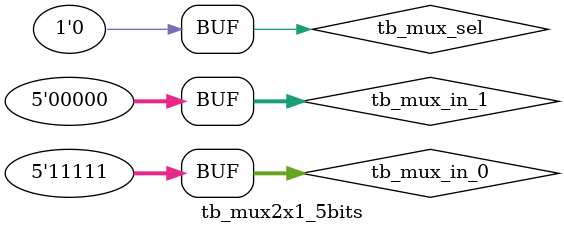
<source format=v>
module mux2x1_5bits 
(
    input [4:0] mux_in_0,
    input [4:0] mux_in_1,
    input mux_sel,
    output [4:0] mux_out
);

    assign mux_out = (mux_sel) ? mux_in_1 : mux_in_0;
	
endmodule


module tb_mux2x1_5bits();
	reg [4:0] tb_mux_in_0;
    reg [4:0] tb_mux_in_1;
    reg tb_mux_sel;
    wire [4:0] tb_mux_out;
	
	initial begin
		tb_mux_in_0 = 5'h1F;
		tb_mux_in_1 = 5'h00;
		tb_mux_sel = 1'b0;
		#25 tb_mux_sel = 1'b1;
		#25 tb_mux_sel = 1'b0;
		#25;
	end
	
	mux2x1_5bits test_mux2x1_5bits
	(
		.mux_in_0 (tb_mux_in_0),
		.mux_in_1 (tb_mux_in_1),
		.mux_sel  (tb_mux_sel ),
		.mux_out  (tb_mux_out )
	);
	
endmodule
</source>
